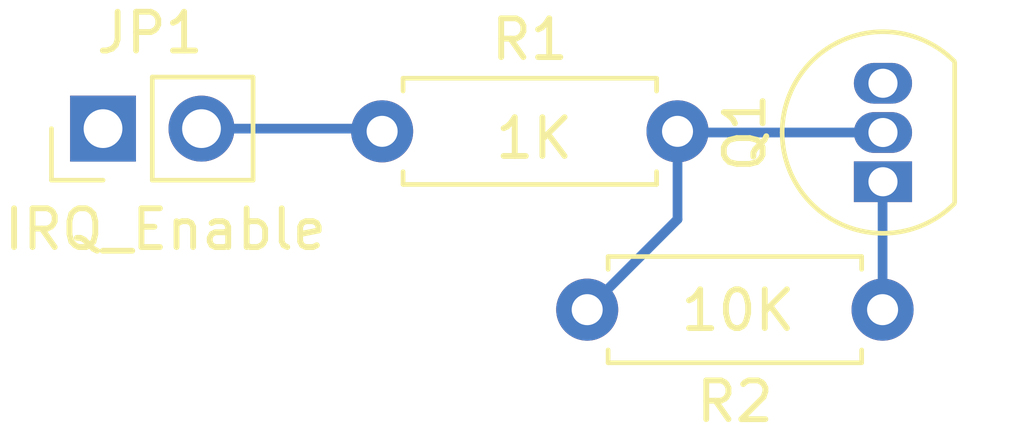
<source format=kicad_pcb>
(kicad_pcb (version 20211014) (generator pcbnew)
  (layers (0 "F.Cu" signal) (31 "B.Cu" signal) (34 "B.Paste" user) (35 "F.Paste" user) (36 "B.SilkS" user "B.Silkscreen") (37 "F.SilkS" user "F.Silkscreen") (38 "B.Mask" user) (39 "F.Mask" user) (44 "Edge.Cuts" user))
  (net 0 "")
  (net 1 "VSYNC")
  (net 2 "Net-(R1-Pad1)")
  (net 3 "GND")
  (net 4 "Net-(R1-Pad2)")
  (net 5 "~{IRQ}")
  (footprint "Resistor_THT:R_Axial_DIN0207_L6.3mm_D2.5mm_P7.62mm_Horizontal" (layer "F.Cu") (at 160.1 81.21 180)
    (fp_text reference "R2" (at 3.81 -2.37) (layer "F.SilkS"))
    (fp_text value "10K" (at 3.73 -0.02) (layer "F.SilkS"))
    (fp_line (start 7.08 -1.37) (end 7.08 -1.04) (layer "F.SilkS") (width 0.12))
    (fp_line (start 0.54 1.04) (end 0.54 1.37) (layer "F.SilkS") (width 0.12))
    (fp_line (start 0.54 -1.04) (end 0.54 -1.37) (layer "F.SilkS") (width 0.12))
    (fp_line (start 0.54 -1.37) (end 7.08 -1.37) (layer "F.SilkS") (width 0.12))
    (fp_line (start 7.08 1.37) (end 7.08 1.04) (layer "F.SilkS") (width 0.12))
    (fp_line (start 0.54 1.37) (end 7.08 1.37) (layer "F.SilkS") (width 0.12))
    (pad "1" thru_hole circle (at 0 0 180) (size 1.6 1.6) (drill 0.8) (layers *.Cu *.Mask) (net 3 "GND"))
    (pad "2" thru_hole oval (at 7.62 0 180) (size 1.6 1.6) (drill 0.8) (layers *.Cu *.Mask) (net 4 "Net-(R1-Pad2)"))
  )
  (footprint "Package_TO_SOT_THT:TO-92_Inline" (layer "F.Cu") (at 160.11 77.91 90)
    (fp_text reference "Q1" (at 1.27 -3.56 90) (layer "F.SilkS"))
    (fp_text value "2N7000")
    (fp_line (start -0.53 1.85) (end 3.07 1.85) (layer "F.SilkS") (width 0.12))
    (fp_arc (start -0.568478 1.838478) (mid -1.132087 -0.994977) (end 1.27 -2.6) (layer "F.SilkS") (width 0.12))
    (fp_arc (start 1.27 -2.6) (mid 3.672087 -0.994977) (end 3.108478 1.838478) (layer "F.SilkS") (width 0.12))
    (pad "1" thru_hole rect (at 0 0 90) (size 1.05 1.5) (drill 0.75) (layers *.Cu *.Mask) (net 3 "GND"))
    (pad "2" thru_hole oval (at 1.27 0 90) (size 1.05 1.5) (drill 0.75) (layers *.Cu *.Mask) (net 4 "Net-(R1-Pad2)"))
    (pad "3" thru_hole oval (at 2.54 0 90) (size 1.05 1.5) (drill 0.75) (layers *.Cu *.Mask) (net 5 "~{IRQ}"))
  )
  (footprint "Resistor_THT:R_Axial_DIN0207_L6.3mm_D2.5mm_P7.62mm_Horizontal" (layer "F.Cu") (at 147.19 76.61)
    (fp_text reference "R1" (at 3.81 -2.37) (layer "F.SilkS"))
    (fp_text value "1K" (at 3.92 0.18) (layer "F.SilkS"))
    (fp_line (start 0.54 1.37) (end 7.08 1.37) (layer "F.SilkS") (width 0.12))
    (fp_line (start 0.54 -1.37) (end 7.08 -1.37) (layer "F.SilkS") (width 0.12))
    (fp_line (start 7.08 1.37) (end 7.08 1.04) (layer "F.SilkS") (width 0.12))
    (fp_line (start 7.08 -1.37) (end 7.08 -1.04) (layer "F.SilkS") (width 0.12))
    (fp_line (start 0.54 -1.04) (end 0.54 -1.37) (layer "F.SilkS") (width 0.12))
    (fp_line (start 0.54 1.04) (end 0.54 1.37) (layer "F.SilkS") (width 0.12))
    (pad "1" thru_hole circle (at 0 0) (size 1.6 1.6) (drill 0.8) (layers *.Cu *.Mask) (net 2 "Net-(R1-Pad1)"))
    (pad "2" thru_hole oval (at 7.62 0) (size 1.6 1.6) (drill 0.8) (layers *.Cu *.Mask) (net 4 "Net-(R1-Pad2)"))
  )
  (footprint "Connector_PinHeader_2.54mm:PinHeader_1x02_P2.54mm_Vertical" (layer "F.Cu") (at 139.99 76.54 90)
    (fp_text reference "JP1" (at 2.47 1.21 180) (layer "F.SilkS"))
    (fp_text value "IRQ_Enable" (at -2.6 1.61 180) (layer "F.SilkS"))
    (fp_line (start 1.33 1.27) (end 1.33 3.87) (layer "F.SilkS") (width 0.12))
    (fp_line (start -1.33 1.27) (end -1.33 3.87) (layer "F.SilkS") (width 0.12))
    (fp_line (start -1.33 1.27) (end 1.33 1.27) (layer "F.SilkS") (width 0.12))
    (fp_line (start -1.33 -1.33) (end 0 -1.33) (layer "F.SilkS") (width 0.12))
    (fp_line (start -1.33 3.87) (end 1.33 3.87) (layer "F.SilkS") (width 0.12))
    (fp_line (start -1.33 0) (end -1.33 -1.33) (layer "F.SilkS") (width 0.12))
    (pad "1" thru_hole rect (at 0 0 90) (size 1.7 1.7) (drill 1) (layers *.Cu *.Mask) (net 1 "VSYNC"))
    (pad "2" thru_hole oval (at 0 2.54 90) (size 1.7 1.7) (drill 1) (layers *.Cu *.Mask) (net 2 "Net-(R1-Pad1)"))
  )
  (segment (start 147.12 76.54) (end 147.19 76.61) (width 0.25) (layer "B.Cu") (net 2))
  (segment (start 142.53 76.54) (end 147.12 76.54) (width 0.25) (layer "B.Cu") (net 2))
  (segment (start 160.1 81.21) (end 160.1 77.92) (width 0.25) (layer "B.Cu") (net 3))
  (segment (start 160.1 77.92) (end 160.11 77.91) (width 0.25) (layer "B.Cu") (net 3))
  (segment (start 154.84 76.64) (end 154.81 76.61) (width 0.25) (layer "B.Cu") (net 4))
  (segment (start 160.11 76.64) (end 154.84 76.64) (width 0.25) (layer "B.Cu") (net 4))
  (segment (start 154.81 78.88) (end 154.81 76.61) (width 0.25) (layer "B.Cu") (net 4))
  (segment (start 152.48 81.21) (end 154.81 78.88) (width 0.25) (layer "B.Cu") (net 4))
)
</source>
